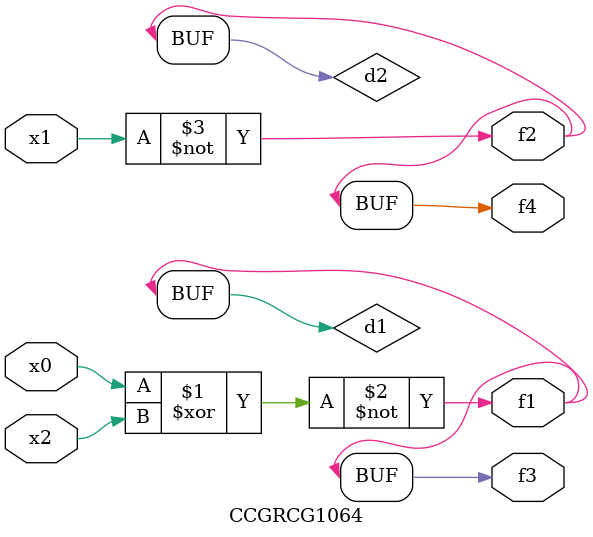
<source format=v>
module CCGRCG1064(
	input x0, x1, x2,
	output f1, f2, f3, f4
);

	wire d1, d2, d3;

	xnor (d1, x0, x2);
	nand (d2, x1);
	nor (d3, x1, x2);
	assign f1 = d1;
	assign f2 = d2;
	assign f3 = d1;
	assign f4 = d2;
endmodule

</source>
